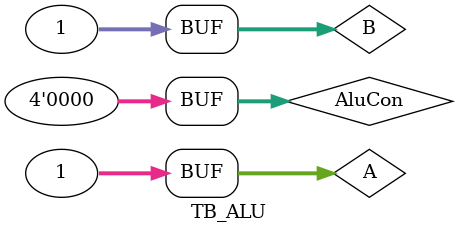
<source format=v>
`timescale 1ns / 1ps


module TB_ALU;

	// Inputs
	reg [3:0] AluCon;
	reg [31:0] A;
	reg [31:0] B;

	// Outputs
	wire [31:0] AluOut;
	wire Zero;

	// Instantiate the Unit Under Test (UUT)
	ALU uut (
		.AluCon(AluCon), 
		.A(A), 
		.B(B), 
		.AluOut(AluOut), 
		.Zero(Zero)
	);

	initial begin
		// Initialize Inputs
		AluCon = 0;
		A = 0;
		B = 0;

		// Wait 10 ns for global reset to finish
		#10;
		AluCon = 4'b0000;
		A = 1;
		B = 1;
		
		#10;
		
		
        
		// Add stimulus here

	end
      
endmodule


</source>
